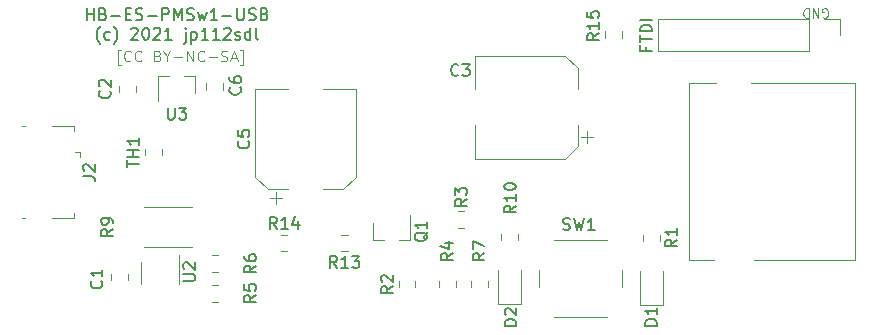
<source format=gbr>
G04 #@! TF.GenerationSoftware,KiCad,Pcbnew,(5.1.9-0-10_14)*
G04 #@! TF.CreationDate,2021-03-28T22:25:10+02:00*
G04 #@! TF.ProjectId,HB-ES-PMSw1-USB,48422d45-532d-4504-9d53-77312d555342,rev?*
G04 #@! TF.SameCoordinates,Original*
G04 #@! TF.FileFunction,Legend,Top*
G04 #@! TF.FilePolarity,Positive*
%FSLAX46Y46*%
G04 Gerber Fmt 4.6, Leading zero omitted, Abs format (unit mm)*
G04 Created by KiCad (PCBNEW (5.1.9-0-10_14)) date 2021-03-28 22:25:10*
%MOMM*%
%LPD*%
G01*
G04 APERTURE LIST*
%ADD10C,0.100000*%
%ADD11C,0.150000*%
%ADD12C,0.120000*%
G04 APERTURE END LIST*
D10*
X35842857Y-39007142D02*
X35628571Y-39007142D01*
X35628571Y-37721428D01*
X35842857Y-37721428D01*
X36700000Y-38621428D02*
X36657142Y-38664285D01*
X36528571Y-38707142D01*
X36442857Y-38707142D01*
X36314285Y-38664285D01*
X36228571Y-38578571D01*
X36185714Y-38492857D01*
X36142857Y-38321428D01*
X36142857Y-38192857D01*
X36185714Y-38021428D01*
X36228571Y-37935714D01*
X36314285Y-37850000D01*
X36442857Y-37807142D01*
X36528571Y-37807142D01*
X36657142Y-37850000D01*
X36700000Y-37892857D01*
X37600000Y-38621428D02*
X37557142Y-38664285D01*
X37428571Y-38707142D01*
X37342857Y-38707142D01*
X37214285Y-38664285D01*
X37128571Y-38578571D01*
X37085714Y-38492857D01*
X37042857Y-38321428D01*
X37042857Y-38192857D01*
X37085714Y-38021428D01*
X37128571Y-37935714D01*
X37214285Y-37850000D01*
X37342857Y-37807142D01*
X37428571Y-37807142D01*
X37557142Y-37850000D01*
X37600000Y-37892857D01*
X38971428Y-38235714D02*
X39100000Y-38278571D01*
X39142857Y-38321428D01*
X39185714Y-38407142D01*
X39185714Y-38535714D01*
X39142857Y-38621428D01*
X39100000Y-38664285D01*
X39014285Y-38707142D01*
X38671428Y-38707142D01*
X38671428Y-37807142D01*
X38971428Y-37807142D01*
X39057142Y-37850000D01*
X39100000Y-37892857D01*
X39142857Y-37978571D01*
X39142857Y-38064285D01*
X39100000Y-38150000D01*
X39057142Y-38192857D01*
X38971428Y-38235714D01*
X38671428Y-38235714D01*
X39742857Y-38278571D02*
X39742857Y-38707142D01*
X39442857Y-37807142D02*
X39742857Y-38278571D01*
X40042857Y-37807142D01*
X40342857Y-38364285D02*
X41028571Y-38364285D01*
X41457142Y-38707142D02*
X41457142Y-37807142D01*
X41971428Y-38707142D01*
X41971428Y-37807142D01*
X42914285Y-38621428D02*
X42871428Y-38664285D01*
X42742857Y-38707142D01*
X42657142Y-38707142D01*
X42528571Y-38664285D01*
X42442857Y-38578571D01*
X42400000Y-38492857D01*
X42357142Y-38321428D01*
X42357142Y-38192857D01*
X42400000Y-38021428D01*
X42442857Y-37935714D01*
X42528571Y-37850000D01*
X42657142Y-37807142D01*
X42742857Y-37807142D01*
X42871428Y-37850000D01*
X42914285Y-37892857D01*
X43300000Y-38364285D02*
X43985714Y-38364285D01*
X44371428Y-38664285D02*
X44500000Y-38707142D01*
X44714285Y-38707142D01*
X44800000Y-38664285D01*
X44842857Y-38621428D01*
X44885714Y-38535714D01*
X44885714Y-38450000D01*
X44842857Y-38364285D01*
X44800000Y-38321428D01*
X44714285Y-38278571D01*
X44542857Y-38235714D01*
X44457142Y-38192857D01*
X44414285Y-38150000D01*
X44371428Y-38064285D01*
X44371428Y-37978571D01*
X44414285Y-37892857D01*
X44457142Y-37850000D01*
X44542857Y-37807142D01*
X44757142Y-37807142D01*
X44885714Y-37850000D01*
X45228571Y-38450000D02*
X45657142Y-38450000D01*
X45142857Y-38707142D02*
X45442857Y-37807142D01*
X45742857Y-38707142D01*
X45957142Y-39007142D02*
X46171428Y-39007142D01*
X46171428Y-37721428D01*
X45957142Y-37721428D01*
D11*
X32980952Y-35227380D02*
X32980952Y-34227380D01*
X32980952Y-34703571D02*
X33552380Y-34703571D01*
X33552380Y-35227380D02*
X33552380Y-34227380D01*
X34361904Y-34703571D02*
X34504761Y-34751190D01*
X34552380Y-34798809D01*
X34600000Y-34894047D01*
X34600000Y-35036904D01*
X34552380Y-35132142D01*
X34504761Y-35179761D01*
X34409523Y-35227380D01*
X34028571Y-35227380D01*
X34028571Y-34227380D01*
X34361904Y-34227380D01*
X34457142Y-34275000D01*
X34504761Y-34322619D01*
X34552380Y-34417857D01*
X34552380Y-34513095D01*
X34504761Y-34608333D01*
X34457142Y-34655952D01*
X34361904Y-34703571D01*
X34028571Y-34703571D01*
X35028571Y-34846428D02*
X35790476Y-34846428D01*
X36266666Y-34703571D02*
X36600000Y-34703571D01*
X36742857Y-35227380D02*
X36266666Y-35227380D01*
X36266666Y-34227380D01*
X36742857Y-34227380D01*
X37123809Y-35179761D02*
X37266666Y-35227380D01*
X37504761Y-35227380D01*
X37600000Y-35179761D01*
X37647619Y-35132142D01*
X37695238Y-35036904D01*
X37695238Y-34941666D01*
X37647619Y-34846428D01*
X37600000Y-34798809D01*
X37504761Y-34751190D01*
X37314285Y-34703571D01*
X37219047Y-34655952D01*
X37171428Y-34608333D01*
X37123809Y-34513095D01*
X37123809Y-34417857D01*
X37171428Y-34322619D01*
X37219047Y-34275000D01*
X37314285Y-34227380D01*
X37552380Y-34227380D01*
X37695238Y-34275000D01*
X38123809Y-34846428D02*
X38885714Y-34846428D01*
X39361904Y-35227380D02*
X39361904Y-34227380D01*
X39742857Y-34227380D01*
X39838095Y-34275000D01*
X39885714Y-34322619D01*
X39933333Y-34417857D01*
X39933333Y-34560714D01*
X39885714Y-34655952D01*
X39838095Y-34703571D01*
X39742857Y-34751190D01*
X39361904Y-34751190D01*
X40361904Y-35227380D02*
X40361904Y-34227380D01*
X40695238Y-34941666D01*
X41028571Y-34227380D01*
X41028571Y-35227380D01*
X41457142Y-35179761D02*
X41600000Y-35227380D01*
X41838095Y-35227380D01*
X41933333Y-35179761D01*
X41980952Y-35132142D01*
X42028571Y-35036904D01*
X42028571Y-34941666D01*
X41980952Y-34846428D01*
X41933333Y-34798809D01*
X41838095Y-34751190D01*
X41647619Y-34703571D01*
X41552380Y-34655952D01*
X41504761Y-34608333D01*
X41457142Y-34513095D01*
X41457142Y-34417857D01*
X41504761Y-34322619D01*
X41552380Y-34275000D01*
X41647619Y-34227380D01*
X41885714Y-34227380D01*
X42028571Y-34275000D01*
X42361904Y-34560714D02*
X42552380Y-35227380D01*
X42742857Y-34751190D01*
X42933333Y-35227380D01*
X43123809Y-34560714D01*
X44028571Y-35227380D02*
X43457142Y-35227380D01*
X43742857Y-35227380D02*
X43742857Y-34227380D01*
X43647619Y-34370238D01*
X43552380Y-34465476D01*
X43457142Y-34513095D01*
X44457142Y-34846428D02*
X45219047Y-34846428D01*
X45695238Y-34227380D02*
X45695238Y-35036904D01*
X45742857Y-35132142D01*
X45790476Y-35179761D01*
X45885714Y-35227380D01*
X46076190Y-35227380D01*
X46171428Y-35179761D01*
X46219047Y-35132142D01*
X46266666Y-35036904D01*
X46266666Y-34227380D01*
X46695238Y-35179761D02*
X46838095Y-35227380D01*
X47076190Y-35227380D01*
X47171428Y-35179761D01*
X47219047Y-35132142D01*
X47266666Y-35036904D01*
X47266666Y-34941666D01*
X47219047Y-34846428D01*
X47171428Y-34798809D01*
X47076190Y-34751190D01*
X46885714Y-34703571D01*
X46790476Y-34655952D01*
X46742857Y-34608333D01*
X46695238Y-34513095D01*
X46695238Y-34417857D01*
X46742857Y-34322619D01*
X46790476Y-34275000D01*
X46885714Y-34227380D01*
X47123809Y-34227380D01*
X47266666Y-34275000D01*
X48028571Y-34703571D02*
X48171428Y-34751190D01*
X48219047Y-34798809D01*
X48266666Y-34894047D01*
X48266666Y-35036904D01*
X48219047Y-35132142D01*
X48171428Y-35179761D01*
X48076190Y-35227380D01*
X47695238Y-35227380D01*
X47695238Y-34227380D01*
X48028571Y-34227380D01*
X48123809Y-34275000D01*
X48171428Y-34322619D01*
X48219047Y-34417857D01*
X48219047Y-34513095D01*
X48171428Y-34608333D01*
X48123809Y-34655952D01*
X48028571Y-34703571D01*
X47695238Y-34703571D01*
X34123809Y-37258333D02*
X34076190Y-37210714D01*
X33980952Y-37067857D01*
X33933333Y-36972619D01*
X33885714Y-36829761D01*
X33838095Y-36591666D01*
X33838095Y-36401190D01*
X33885714Y-36163095D01*
X33933333Y-36020238D01*
X33980952Y-35925000D01*
X34076190Y-35782142D01*
X34123809Y-35734523D01*
X34933333Y-36829761D02*
X34838095Y-36877380D01*
X34647619Y-36877380D01*
X34552380Y-36829761D01*
X34504761Y-36782142D01*
X34457142Y-36686904D01*
X34457142Y-36401190D01*
X34504761Y-36305952D01*
X34552380Y-36258333D01*
X34647619Y-36210714D01*
X34838095Y-36210714D01*
X34933333Y-36258333D01*
X35266666Y-37258333D02*
X35314285Y-37210714D01*
X35409523Y-37067857D01*
X35457142Y-36972619D01*
X35504761Y-36829761D01*
X35552380Y-36591666D01*
X35552380Y-36401190D01*
X35504761Y-36163095D01*
X35457142Y-36020238D01*
X35409523Y-35925000D01*
X35314285Y-35782142D01*
X35266666Y-35734523D01*
X36742857Y-35972619D02*
X36790476Y-35925000D01*
X36885714Y-35877380D01*
X37123809Y-35877380D01*
X37219047Y-35925000D01*
X37266666Y-35972619D01*
X37314285Y-36067857D01*
X37314285Y-36163095D01*
X37266666Y-36305952D01*
X36695238Y-36877380D01*
X37314285Y-36877380D01*
X37933333Y-35877380D02*
X38028571Y-35877380D01*
X38123809Y-35925000D01*
X38171428Y-35972619D01*
X38219047Y-36067857D01*
X38266666Y-36258333D01*
X38266666Y-36496428D01*
X38219047Y-36686904D01*
X38171428Y-36782142D01*
X38123809Y-36829761D01*
X38028571Y-36877380D01*
X37933333Y-36877380D01*
X37838095Y-36829761D01*
X37790476Y-36782142D01*
X37742857Y-36686904D01*
X37695238Y-36496428D01*
X37695238Y-36258333D01*
X37742857Y-36067857D01*
X37790476Y-35972619D01*
X37838095Y-35925000D01*
X37933333Y-35877380D01*
X38647619Y-35972619D02*
X38695238Y-35925000D01*
X38790476Y-35877380D01*
X39028571Y-35877380D01*
X39123809Y-35925000D01*
X39171428Y-35972619D01*
X39219047Y-36067857D01*
X39219047Y-36163095D01*
X39171428Y-36305952D01*
X38600000Y-36877380D01*
X39219047Y-36877380D01*
X40171428Y-36877380D02*
X39600000Y-36877380D01*
X39885714Y-36877380D02*
X39885714Y-35877380D01*
X39790476Y-36020238D01*
X39695238Y-36115476D01*
X39600000Y-36163095D01*
X41361904Y-36210714D02*
X41361904Y-37067857D01*
X41314285Y-37163095D01*
X41219047Y-37210714D01*
X41171428Y-37210714D01*
X41361904Y-35877380D02*
X41314285Y-35925000D01*
X41361904Y-35972619D01*
X41409523Y-35925000D01*
X41361904Y-35877380D01*
X41361904Y-35972619D01*
X41838095Y-36210714D02*
X41838095Y-37210714D01*
X41838095Y-36258333D02*
X41933333Y-36210714D01*
X42123809Y-36210714D01*
X42219047Y-36258333D01*
X42266666Y-36305952D01*
X42314285Y-36401190D01*
X42314285Y-36686904D01*
X42266666Y-36782142D01*
X42219047Y-36829761D01*
X42123809Y-36877380D01*
X41933333Y-36877380D01*
X41838095Y-36829761D01*
X43266666Y-36877380D02*
X42695238Y-36877380D01*
X42980952Y-36877380D02*
X42980952Y-35877380D01*
X42885714Y-36020238D01*
X42790476Y-36115476D01*
X42695238Y-36163095D01*
X44219047Y-36877380D02*
X43647619Y-36877380D01*
X43933333Y-36877380D02*
X43933333Y-35877380D01*
X43838095Y-36020238D01*
X43742857Y-36115476D01*
X43647619Y-36163095D01*
X44600000Y-35972619D02*
X44647619Y-35925000D01*
X44742857Y-35877380D01*
X44980952Y-35877380D01*
X45076190Y-35925000D01*
X45123809Y-35972619D01*
X45171428Y-36067857D01*
X45171428Y-36163095D01*
X45123809Y-36305952D01*
X44552380Y-36877380D01*
X45171428Y-36877380D01*
X45552380Y-36829761D02*
X45647619Y-36877380D01*
X45838095Y-36877380D01*
X45933333Y-36829761D01*
X45980952Y-36734523D01*
X45980952Y-36686904D01*
X45933333Y-36591666D01*
X45838095Y-36544047D01*
X45695238Y-36544047D01*
X45600000Y-36496428D01*
X45552380Y-36401190D01*
X45552380Y-36353571D01*
X45600000Y-36258333D01*
X45695238Y-36210714D01*
X45838095Y-36210714D01*
X45933333Y-36258333D01*
X46838095Y-36877380D02*
X46838095Y-35877380D01*
X46838095Y-36829761D02*
X46742857Y-36877380D01*
X46552380Y-36877380D01*
X46457142Y-36829761D01*
X46409523Y-36782142D01*
X46361904Y-36686904D01*
X46361904Y-36401190D01*
X46409523Y-36305952D01*
X46457142Y-36258333D01*
X46552380Y-36210714D01*
X46742857Y-36210714D01*
X46838095Y-36258333D01*
X47457142Y-36877380D02*
X47361904Y-36829761D01*
X47314285Y-36734523D01*
X47314285Y-35877380D01*
D10*
X95309523Y-35000000D02*
X95385714Y-35038095D01*
X95500000Y-35038095D01*
X95614285Y-35000000D01*
X95690476Y-34923809D01*
X95728571Y-34847619D01*
X95766666Y-34695238D01*
X95766666Y-34580952D01*
X95728571Y-34428571D01*
X95690476Y-34352380D01*
X95614285Y-34276190D01*
X95500000Y-34238095D01*
X95423809Y-34238095D01*
X95309523Y-34276190D01*
X95271428Y-34314285D01*
X95271428Y-34580952D01*
X95423809Y-34580952D01*
X94928571Y-34238095D02*
X94928571Y-35038095D01*
X94471428Y-34238095D01*
X94471428Y-35038095D01*
X94090476Y-34238095D02*
X94090476Y-35038095D01*
X93900000Y-35038095D01*
X93785714Y-35000000D01*
X93709523Y-34923809D01*
X93671428Y-34847619D01*
X93633333Y-34695238D01*
X93633333Y-34580952D01*
X93671428Y-34428571D01*
X93709523Y-34352380D01*
X93785714Y-34276190D01*
X93900000Y-34238095D01*
X94090476Y-34238095D01*
D12*
X31862500Y-44200000D02*
X31862500Y-44650000D01*
X30012500Y-44200000D02*
X31862500Y-44200000D01*
X27462500Y-52000000D02*
X27712500Y-52000000D01*
X27462500Y-44200000D02*
X27712500Y-44200000D01*
X30012500Y-52000000D02*
X31862500Y-52000000D01*
X31862500Y-52000000D02*
X31862500Y-51550000D01*
X32412500Y-46400000D02*
X32412500Y-46850000D01*
X32412500Y-46400000D02*
X31962500Y-46400000D01*
X39310000Y-46661252D02*
X39310000Y-46138748D01*
X37890000Y-46661252D02*
X37890000Y-46138748D01*
X78260000Y-36711252D02*
X78260000Y-36188748D01*
X76840000Y-36711252D02*
X76840000Y-36188748D01*
X49438748Y-54810000D02*
X49961252Y-54810000D01*
X49438748Y-53390000D02*
X49961252Y-53390000D01*
X55061252Y-53390000D02*
X54538748Y-53390000D01*
X55061252Y-54810000D02*
X54538748Y-54810000D01*
X60810000Y-57861252D02*
X60810000Y-57338748D01*
X59390000Y-57861252D02*
X59390000Y-57338748D01*
X57220000Y-53860000D02*
X57220000Y-52400000D01*
X60380000Y-53860000D02*
X60380000Y-51700000D01*
X60380000Y-53860000D02*
X59450000Y-53860000D01*
X57220000Y-53860000D02*
X58150000Y-53860000D01*
X69510000Y-53338748D02*
X69510000Y-53861252D01*
X68090000Y-53338748D02*
X68090000Y-53861252D01*
X69760000Y-59260000D02*
X69760000Y-56400000D01*
X67840000Y-59260000D02*
X69760000Y-59260000D01*
X67840000Y-56400000D02*
X67840000Y-59260000D01*
X96730000Y-35170000D02*
X96730000Y-36500000D01*
X95400000Y-35170000D02*
X96730000Y-35170000D01*
X94130000Y-35170000D02*
X94130000Y-37830000D01*
X94130000Y-37830000D02*
X81370000Y-37830000D01*
X94130000Y-35170000D02*
X81370000Y-35170000D01*
X81370000Y-35170000D02*
X81370000Y-37830000D01*
X81760000Y-59360000D02*
X81760000Y-56500000D01*
X79840000Y-59360000D02*
X81760000Y-59360000D01*
X79840000Y-56500000D02*
X79840000Y-59360000D01*
X42180000Y-39940000D02*
X42180000Y-41400000D01*
X39020000Y-39940000D02*
X39020000Y-42100000D01*
X39020000Y-39940000D02*
X39950000Y-39940000D01*
X42180000Y-39940000D02*
X41250000Y-39940000D01*
X40810000Y-57550000D02*
X40810000Y-55100000D01*
X37590000Y-55750000D02*
X37590000Y-57550000D01*
X78300000Y-57850000D02*
X78300000Y-56350000D01*
X77050000Y-53850000D02*
X72550000Y-53850000D01*
X71300000Y-56350000D02*
X71300000Y-57850000D01*
X72550000Y-60350000D02*
X77050000Y-60350000D01*
X41902064Y-51040000D02*
X37797936Y-51040000D01*
X41902064Y-54460000D02*
X37797936Y-54460000D01*
X66910000Y-57861252D02*
X66910000Y-57338748D01*
X65490000Y-57861252D02*
X65490000Y-57338748D01*
X43588748Y-56560000D02*
X44111252Y-56560000D01*
X43588748Y-55140000D02*
X44111252Y-55140000D01*
X43588748Y-59060000D02*
X44111252Y-59060000D01*
X43588748Y-57640000D02*
X44111252Y-57640000D01*
X64210000Y-57861252D02*
X64210000Y-57338748D01*
X62790000Y-57861252D02*
X62790000Y-57338748D01*
X64438748Y-52810000D02*
X64961252Y-52810000D01*
X64438748Y-51390000D02*
X64961252Y-51390000D01*
X81510000Y-53961252D02*
X81510000Y-53438748D01*
X80090000Y-53961252D02*
X80090000Y-53438748D01*
X83960000Y-40550000D02*
X86290000Y-40550000D01*
X83960000Y-55540000D02*
X86080000Y-55540000D01*
X83960000Y-40550000D02*
X83960000Y-55540000D01*
X98050000Y-40550000D02*
X98050000Y-55540000D01*
X89250000Y-40550000D02*
X98050000Y-40550000D01*
X89450000Y-55540000D02*
X98050000Y-55540000D01*
X44510000Y-41111252D02*
X44510000Y-40588748D01*
X43090000Y-41111252D02*
X43090000Y-40588748D01*
X48490000Y-50300000D02*
X49490000Y-50300000D01*
X48990000Y-50800000D02*
X48990000Y-49800000D01*
X54695563Y-49560000D02*
X55760000Y-48495563D01*
X48304437Y-49560000D02*
X47240000Y-48495563D01*
X48304437Y-49560000D02*
X49990000Y-49560000D01*
X54695563Y-49560000D02*
X53010000Y-49560000D01*
X55760000Y-48495563D02*
X55760000Y-41040000D01*
X47240000Y-48495563D02*
X47240000Y-41040000D01*
X47240000Y-41040000D02*
X49990000Y-41040000D01*
X55760000Y-41040000D02*
X53010000Y-41040000D01*
X75300000Y-45610000D02*
X75300000Y-44610000D01*
X75800000Y-45110000D02*
X74800000Y-45110000D01*
X74560000Y-39304437D02*
X73495563Y-38240000D01*
X74560000Y-45895563D02*
X73495563Y-46960000D01*
X74560000Y-45895563D02*
X74560000Y-44110000D01*
X74560000Y-39304437D02*
X74560000Y-41090000D01*
X73495563Y-38240000D02*
X65840000Y-38240000D01*
X73495563Y-46960000D02*
X65840000Y-46960000D01*
X65840000Y-46960000D02*
X65840000Y-44110000D01*
X65840000Y-38240000D02*
X65840000Y-41090000D01*
X37160000Y-41311252D02*
X37160000Y-40788748D01*
X35740000Y-41311252D02*
X35740000Y-40788748D01*
X35040000Y-56688748D02*
X35040000Y-57211252D01*
X36460000Y-56688748D02*
X36460000Y-57211252D01*
D11*
X32664880Y-48433333D02*
X33379166Y-48433333D01*
X33522023Y-48480952D01*
X33617261Y-48576190D01*
X33664880Y-48719047D01*
X33664880Y-48814285D01*
X32760119Y-48004761D02*
X32712500Y-47957142D01*
X32664880Y-47861904D01*
X32664880Y-47623809D01*
X32712500Y-47528571D01*
X32760119Y-47480952D01*
X32855357Y-47433333D01*
X32950595Y-47433333D01*
X33093452Y-47480952D01*
X33664880Y-48052380D01*
X33664880Y-47433333D01*
X36402380Y-47685714D02*
X36402380Y-47114285D01*
X37402380Y-47400000D02*
X36402380Y-47400000D01*
X37402380Y-46780952D02*
X36402380Y-46780952D01*
X36878571Y-46780952D02*
X36878571Y-46209523D01*
X37402380Y-46209523D02*
X36402380Y-46209523D01*
X37402380Y-45209523D02*
X37402380Y-45780952D01*
X37402380Y-45495238D02*
X36402380Y-45495238D01*
X36545238Y-45590476D01*
X36640476Y-45685714D01*
X36688095Y-45780952D01*
X76332380Y-36362857D02*
X75856190Y-36696190D01*
X76332380Y-36934285D02*
X75332380Y-36934285D01*
X75332380Y-36553333D01*
X75380000Y-36458095D01*
X75427619Y-36410476D01*
X75522857Y-36362857D01*
X75665714Y-36362857D01*
X75760952Y-36410476D01*
X75808571Y-36458095D01*
X75856190Y-36553333D01*
X75856190Y-36934285D01*
X76332380Y-35410476D02*
X76332380Y-35981904D01*
X76332380Y-35696190D02*
X75332380Y-35696190D01*
X75475238Y-35791428D01*
X75570476Y-35886666D01*
X75618095Y-35981904D01*
X75332380Y-34505714D02*
X75332380Y-34981904D01*
X75808571Y-35029523D01*
X75760952Y-34981904D01*
X75713333Y-34886666D01*
X75713333Y-34648571D01*
X75760952Y-34553333D01*
X75808571Y-34505714D01*
X75903809Y-34458095D01*
X76141904Y-34458095D01*
X76237142Y-34505714D01*
X76284761Y-34553333D01*
X76332380Y-34648571D01*
X76332380Y-34886666D01*
X76284761Y-34981904D01*
X76237142Y-35029523D01*
X49057142Y-52902380D02*
X48723809Y-52426190D01*
X48485714Y-52902380D02*
X48485714Y-51902380D01*
X48866666Y-51902380D01*
X48961904Y-51950000D01*
X49009523Y-51997619D01*
X49057142Y-52092857D01*
X49057142Y-52235714D01*
X49009523Y-52330952D01*
X48961904Y-52378571D01*
X48866666Y-52426190D01*
X48485714Y-52426190D01*
X50009523Y-52902380D02*
X49438095Y-52902380D01*
X49723809Y-52902380D02*
X49723809Y-51902380D01*
X49628571Y-52045238D01*
X49533333Y-52140476D01*
X49438095Y-52188095D01*
X50866666Y-52235714D02*
X50866666Y-52902380D01*
X50628571Y-51854761D02*
X50390476Y-52569047D01*
X51009523Y-52569047D01*
X54157142Y-56202380D02*
X53823809Y-55726190D01*
X53585714Y-56202380D02*
X53585714Y-55202380D01*
X53966666Y-55202380D01*
X54061904Y-55250000D01*
X54109523Y-55297619D01*
X54157142Y-55392857D01*
X54157142Y-55535714D01*
X54109523Y-55630952D01*
X54061904Y-55678571D01*
X53966666Y-55726190D01*
X53585714Y-55726190D01*
X55109523Y-56202380D02*
X54538095Y-56202380D01*
X54823809Y-56202380D02*
X54823809Y-55202380D01*
X54728571Y-55345238D01*
X54633333Y-55440476D01*
X54538095Y-55488095D01*
X55442857Y-55202380D02*
X56061904Y-55202380D01*
X55728571Y-55583333D01*
X55871428Y-55583333D01*
X55966666Y-55630952D01*
X56014285Y-55678571D01*
X56061904Y-55773809D01*
X56061904Y-56011904D01*
X56014285Y-56107142D01*
X55966666Y-56154761D01*
X55871428Y-56202380D01*
X55585714Y-56202380D01*
X55490476Y-56154761D01*
X55442857Y-56107142D01*
X58902380Y-57766666D02*
X58426190Y-58100000D01*
X58902380Y-58338095D02*
X57902380Y-58338095D01*
X57902380Y-57957142D01*
X57950000Y-57861904D01*
X57997619Y-57814285D01*
X58092857Y-57766666D01*
X58235714Y-57766666D01*
X58330952Y-57814285D01*
X58378571Y-57861904D01*
X58426190Y-57957142D01*
X58426190Y-58338095D01*
X57997619Y-57385714D02*
X57950000Y-57338095D01*
X57902380Y-57242857D01*
X57902380Y-57004761D01*
X57950000Y-56909523D01*
X57997619Y-56861904D01*
X58092857Y-56814285D01*
X58188095Y-56814285D01*
X58330952Y-56861904D01*
X58902380Y-57433333D01*
X58902380Y-56814285D01*
X61847619Y-53195238D02*
X61800000Y-53290476D01*
X61704761Y-53385714D01*
X61561904Y-53528571D01*
X61514285Y-53623809D01*
X61514285Y-53719047D01*
X61752380Y-53671428D02*
X61704761Y-53766666D01*
X61609523Y-53861904D01*
X61419047Y-53909523D01*
X61085714Y-53909523D01*
X60895238Y-53861904D01*
X60800000Y-53766666D01*
X60752380Y-53671428D01*
X60752380Y-53480952D01*
X60800000Y-53385714D01*
X60895238Y-53290476D01*
X61085714Y-53242857D01*
X61419047Y-53242857D01*
X61609523Y-53290476D01*
X61704761Y-53385714D01*
X61752380Y-53480952D01*
X61752380Y-53671428D01*
X61752380Y-52290476D02*
X61752380Y-52861904D01*
X61752380Y-52576190D02*
X60752380Y-52576190D01*
X60895238Y-52671428D01*
X60990476Y-52766666D01*
X61038095Y-52861904D01*
X69302380Y-50942857D02*
X68826190Y-51276190D01*
X69302380Y-51514285D02*
X68302380Y-51514285D01*
X68302380Y-51133333D01*
X68350000Y-51038095D01*
X68397619Y-50990476D01*
X68492857Y-50942857D01*
X68635714Y-50942857D01*
X68730952Y-50990476D01*
X68778571Y-51038095D01*
X68826190Y-51133333D01*
X68826190Y-51514285D01*
X69302380Y-49990476D02*
X69302380Y-50561904D01*
X69302380Y-50276190D02*
X68302380Y-50276190D01*
X68445238Y-50371428D01*
X68540476Y-50466666D01*
X68588095Y-50561904D01*
X68302380Y-49371428D02*
X68302380Y-49276190D01*
X68350000Y-49180952D01*
X68397619Y-49133333D01*
X68492857Y-49085714D01*
X68683333Y-49038095D01*
X68921428Y-49038095D01*
X69111904Y-49085714D01*
X69207142Y-49133333D01*
X69254761Y-49180952D01*
X69302380Y-49276190D01*
X69302380Y-49371428D01*
X69254761Y-49466666D01*
X69207142Y-49514285D01*
X69111904Y-49561904D01*
X68921428Y-49609523D01*
X68683333Y-49609523D01*
X68492857Y-49561904D01*
X68397619Y-49514285D01*
X68350000Y-49466666D01*
X68302380Y-49371428D01*
X69352380Y-61138095D02*
X68352380Y-61138095D01*
X68352380Y-60900000D01*
X68400000Y-60757142D01*
X68495238Y-60661904D01*
X68590476Y-60614285D01*
X68780952Y-60566666D01*
X68923809Y-60566666D01*
X69114285Y-60614285D01*
X69209523Y-60661904D01*
X69304761Y-60757142D01*
X69352380Y-60900000D01*
X69352380Y-61138095D01*
X68447619Y-60185714D02*
X68400000Y-60138095D01*
X68352380Y-60042857D01*
X68352380Y-59804761D01*
X68400000Y-59709523D01*
X68447619Y-59661904D01*
X68542857Y-59614285D01*
X68638095Y-59614285D01*
X68780952Y-59661904D01*
X69352380Y-60233333D01*
X69352380Y-59614285D01*
X80298571Y-37476190D02*
X80298571Y-37809523D01*
X80822380Y-37809523D02*
X79822380Y-37809523D01*
X79822380Y-37333333D01*
X79822380Y-37095238D02*
X79822380Y-36523809D01*
X80822380Y-36809523D02*
X79822380Y-36809523D01*
X80822380Y-36190476D02*
X79822380Y-36190476D01*
X79822380Y-35952380D01*
X79870000Y-35809523D01*
X79965238Y-35714285D01*
X80060476Y-35666666D01*
X80250952Y-35619047D01*
X80393809Y-35619047D01*
X80584285Y-35666666D01*
X80679523Y-35714285D01*
X80774761Y-35809523D01*
X80822380Y-35952380D01*
X80822380Y-36190476D01*
X80822380Y-35190476D02*
X79822380Y-35190476D01*
X81252380Y-61088095D02*
X80252380Y-61088095D01*
X80252380Y-60850000D01*
X80300000Y-60707142D01*
X80395238Y-60611904D01*
X80490476Y-60564285D01*
X80680952Y-60516666D01*
X80823809Y-60516666D01*
X81014285Y-60564285D01*
X81109523Y-60611904D01*
X81204761Y-60707142D01*
X81252380Y-60850000D01*
X81252380Y-61088095D01*
X81252380Y-59564285D02*
X81252380Y-60135714D01*
X81252380Y-59850000D02*
X80252380Y-59850000D01*
X80395238Y-59945238D01*
X80490476Y-60040476D01*
X80538095Y-60135714D01*
X39838095Y-42652380D02*
X39838095Y-43461904D01*
X39885714Y-43557142D01*
X39933333Y-43604761D01*
X40028571Y-43652380D01*
X40219047Y-43652380D01*
X40314285Y-43604761D01*
X40361904Y-43557142D01*
X40409523Y-43461904D01*
X40409523Y-42652380D01*
X40790476Y-42652380D02*
X41409523Y-42652380D01*
X41076190Y-43033333D01*
X41219047Y-43033333D01*
X41314285Y-43080952D01*
X41361904Y-43128571D01*
X41409523Y-43223809D01*
X41409523Y-43461904D01*
X41361904Y-43557142D01*
X41314285Y-43604761D01*
X41219047Y-43652380D01*
X40933333Y-43652380D01*
X40838095Y-43604761D01*
X40790476Y-43557142D01*
X41152380Y-57311904D02*
X41961904Y-57311904D01*
X42057142Y-57264285D01*
X42104761Y-57216666D01*
X42152380Y-57121428D01*
X42152380Y-56930952D01*
X42104761Y-56835714D01*
X42057142Y-56788095D01*
X41961904Y-56740476D01*
X41152380Y-56740476D01*
X41247619Y-56311904D02*
X41200000Y-56264285D01*
X41152380Y-56169047D01*
X41152380Y-55930952D01*
X41200000Y-55835714D01*
X41247619Y-55788095D01*
X41342857Y-55740476D01*
X41438095Y-55740476D01*
X41580952Y-55788095D01*
X42152380Y-56359523D01*
X42152380Y-55740476D01*
X73316666Y-52954761D02*
X73459523Y-53002380D01*
X73697619Y-53002380D01*
X73792857Y-52954761D01*
X73840476Y-52907142D01*
X73888095Y-52811904D01*
X73888095Y-52716666D01*
X73840476Y-52621428D01*
X73792857Y-52573809D01*
X73697619Y-52526190D01*
X73507142Y-52478571D01*
X73411904Y-52430952D01*
X73364285Y-52383333D01*
X73316666Y-52288095D01*
X73316666Y-52192857D01*
X73364285Y-52097619D01*
X73411904Y-52050000D01*
X73507142Y-52002380D01*
X73745238Y-52002380D01*
X73888095Y-52050000D01*
X74221428Y-52002380D02*
X74459523Y-53002380D01*
X74650000Y-52288095D01*
X74840476Y-53002380D01*
X75078571Y-52002380D01*
X75983333Y-53002380D02*
X75411904Y-53002380D01*
X75697619Y-53002380D02*
X75697619Y-52002380D01*
X75602380Y-52145238D01*
X75507142Y-52240476D01*
X75411904Y-52288095D01*
X35202380Y-52916666D02*
X34726190Y-53250000D01*
X35202380Y-53488095D02*
X34202380Y-53488095D01*
X34202380Y-53107142D01*
X34250000Y-53011904D01*
X34297619Y-52964285D01*
X34392857Y-52916666D01*
X34535714Y-52916666D01*
X34630952Y-52964285D01*
X34678571Y-53011904D01*
X34726190Y-53107142D01*
X34726190Y-53488095D01*
X35202380Y-52440476D02*
X35202380Y-52250000D01*
X35154761Y-52154761D01*
X35107142Y-52107142D01*
X34964285Y-52011904D01*
X34773809Y-51964285D01*
X34392857Y-51964285D01*
X34297619Y-52011904D01*
X34250000Y-52059523D01*
X34202380Y-52154761D01*
X34202380Y-52345238D01*
X34250000Y-52440476D01*
X34297619Y-52488095D01*
X34392857Y-52535714D01*
X34630952Y-52535714D01*
X34726190Y-52488095D01*
X34773809Y-52440476D01*
X34821428Y-52345238D01*
X34821428Y-52154761D01*
X34773809Y-52059523D01*
X34726190Y-52011904D01*
X34630952Y-51964285D01*
X66652380Y-54966666D02*
X66176190Y-55300000D01*
X66652380Y-55538095D02*
X65652380Y-55538095D01*
X65652380Y-55157142D01*
X65700000Y-55061904D01*
X65747619Y-55014285D01*
X65842857Y-54966666D01*
X65985714Y-54966666D01*
X66080952Y-55014285D01*
X66128571Y-55061904D01*
X66176190Y-55157142D01*
X66176190Y-55538095D01*
X65652380Y-54633333D02*
X65652380Y-53966666D01*
X66652380Y-54395238D01*
X47302380Y-56016666D02*
X46826190Y-56350000D01*
X47302380Y-56588095D02*
X46302380Y-56588095D01*
X46302380Y-56207142D01*
X46350000Y-56111904D01*
X46397619Y-56064285D01*
X46492857Y-56016666D01*
X46635714Y-56016666D01*
X46730952Y-56064285D01*
X46778571Y-56111904D01*
X46826190Y-56207142D01*
X46826190Y-56588095D01*
X46302380Y-55159523D02*
X46302380Y-55350000D01*
X46350000Y-55445238D01*
X46397619Y-55492857D01*
X46540476Y-55588095D01*
X46730952Y-55635714D01*
X47111904Y-55635714D01*
X47207142Y-55588095D01*
X47254761Y-55540476D01*
X47302380Y-55445238D01*
X47302380Y-55254761D01*
X47254761Y-55159523D01*
X47207142Y-55111904D01*
X47111904Y-55064285D01*
X46873809Y-55064285D01*
X46778571Y-55111904D01*
X46730952Y-55159523D01*
X46683333Y-55254761D01*
X46683333Y-55445238D01*
X46730952Y-55540476D01*
X46778571Y-55588095D01*
X46873809Y-55635714D01*
X47302380Y-58516666D02*
X46826190Y-58850000D01*
X47302380Y-59088095D02*
X46302380Y-59088095D01*
X46302380Y-58707142D01*
X46350000Y-58611904D01*
X46397619Y-58564285D01*
X46492857Y-58516666D01*
X46635714Y-58516666D01*
X46730952Y-58564285D01*
X46778571Y-58611904D01*
X46826190Y-58707142D01*
X46826190Y-59088095D01*
X46302380Y-57611904D02*
X46302380Y-58088095D01*
X46778571Y-58135714D01*
X46730952Y-58088095D01*
X46683333Y-57992857D01*
X46683333Y-57754761D01*
X46730952Y-57659523D01*
X46778571Y-57611904D01*
X46873809Y-57564285D01*
X47111904Y-57564285D01*
X47207142Y-57611904D01*
X47254761Y-57659523D01*
X47302380Y-57754761D01*
X47302380Y-57992857D01*
X47254761Y-58088095D01*
X47207142Y-58135714D01*
X63952380Y-54966666D02*
X63476190Y-55300000D01*
X63952380Y-55538095D02*
X62952380Y-55538095D01*
X62952380Y-55157142D01*
X63000000Y-55061904D01*
X63047619Y-55014285D01*
X63142857Y-54966666D01*
X63285714Y-54966666D01*
X63380952Y-55014285D01*
X63428571Y-55061904D01*
X63476190Y-55157142D01*
X63476190Y-55538095D01*
X63285714Y-54109523D02*
X63952380Y-54109523D01*
X62904761Y-54347619D02*
X63619047Y-54585714D01*
X63619047Y-53966666D01*
X65152380Y-50366666D02*
X64676190Y-50700000D01*
X65152380Y-50938095D02*
X64152380Y-50938095D01*
X64152380Y-50557142D01*
X64200000Y-50461904D01*
X64247619Y-50414285D01*
X64342857Y-50366666D01*
X64485714Y-50366666D01*
X64580952Y-50414285D01*
X64628571Y-50461904D01*
X64676190Y-50557142D01*
X64676190Y-50938095D01*
X64152380Y-50033333D02*
X64152380Y-49414285D01*
X64533333Y-49747619D01*
X64533333Y-49604761D01*
X64580952Y-49509523D01*
X64628571Y-49461904D01*
X64723809Y-49414285D01*
X64961904Y-49414285D01*
X65057142Y-49461904D01*
X65104761Y-49509523D01*
X65152380Y-49604761D01*
X65152380Y-49890476D01*
X65104761Y-49985714D01*
X65057142Y-50033333D01*
X82952380Y-53816666D02*
X82476190Y-54150000D01*
X82952380Y-54388095D02*
X81952380Y-54388095D01*
X81952380Y-54007142D01*
X82000000Y-53911904D01*
X82047619Y-53864285D01*
X82142857Y-53816666D01*
X82285714Y-53816666D01*
X82380952Y-53864285D01*
X82428571Y-53911904D01*
X82476190Y-54007142D01*
X82476190Y-54388095D01*
X82952380Y-52864285D02*
X82952380Y-53435714D01*
X82952380Y-53150000D02*
X81952380Y-53150000D01*
X82095238Y-53245238D01*
X82190476Y-53340476D01*
X82238095Y-53435714D01*
X45957142Y-40916666D02*
X46004761Y-40964285D01*
X46052380Y-41107142D01*
X46052380Y-41202380D01*
X46004761Y-41345238D01*
X45909523Y-41440476D01*
X45814285Y-41488095D01*
X45623809Y-41535714D01*
X45480952Y-41535714D01*
X45290476Y-41488095D01*
X45195238Y-41440476D01*
X45100000Y-41345238D01*
X45052380Y-41202380D01*
X45052380Y-41107142D01*
X45100000Y-40964285D01*
X45147619Y-40916666D01*
X45052380Y-40059523D02*
X45052380Y-40250000D01*
X45100000Y-40345238D01*
X45147619Y-40392857D01*
X45290476Y-40488095D01*
X45480952Y-40535714D01*
X45861904Y-40535714D01*
X45957142Y-40488095D01*
X46004761Y-40440476D01*
X46052380Y-40345238D01*
X46052380Y-40154761D01*
X46004761Y-40059523D01*
X45957142Y-40011904D01*
X45861904Y-39964285D01*
X45623809Y-39964285D01*
X45528571Y-40011904D01*
X45480952Y-40059523D01*
X45433333Y-40154761D01*
X45433333Y-40345238D01*
X45480952Y-40440476D01*
X45528571Y-40488095D01*
X45623809Y-40535714D01*
X46657142Y-45466666D02*
X46704761Y-45514285D01*
X46752380Y-45657142D01*
X46752380Y-45752380D01*
X46704761Y-45895238D01*
X46609523Y-45990476D01*
X46514285Y-46038095D01*
X46323809Y-46085714D01*
X46180952Y-46085714D01*
X45990476Y-46038095D01*
X45895238Y-45990476D01*
X45800000Y-45895238D01*
X45752380Y-45752380D01*
X45752380Y-45657142D01*
X45800000Y-45514285D01*
X45847619Y-45466666D01*
X45752380Y-44561904D02*
X45752380Y-45038095D01*
X46228571Y-45085714D01*
X46180952Y-45038095D01*
X46133333Y-44942857D01*
X46133333Y-44704761D01*
X46180952Y-44609523D01*
X46228571Y-44561904D01*
X46323809Y-44514285D01*
X46561904Y-44514285D01*
X46657142Y-44561904D01*
X46704761Y-44609523D01*
X46752380Y-44704761D01*
X46752380Y-44942857D01*
X46704761Y-45038095D01*
X46657142Y-45085714D01*
X64433333Y-39857142D02*
X64385714Y-39904761D01*
X64242857Y-39952380D01*
X64147619Y-39952380D01*
X64004761Y-39904761D01*
X63909523Y-39809523D01*
X63861904Y-39714285D01*
X63814285Y-39523809D01*
X63814285Y-39380952D01*
X63861904Y-39190476D01*
X63909523Y-39095238D01*
X64004761Y-39000000D01*
X64147619Y-38952380D01*
X64242857Y-38952380D01*
X64385714Y-39000000D01*
X64433333Y-39047619D01*
X64766666Y-38952380D02*
X65385714Y-38952380D01*
X65052380Y-39333333D01*
X65195238Y-39333333D01*
X65290476Y-39380952D01*
X65338095Y-39428571D01*
X65385714Y-39523809D01*
X65385714Y-39761904D01*
X65338095Y-39857142D01*
X65290476Y-39904761D01*
X65195238Y-39952380D01*
X64909523Y-39952380D01*
X64814285Y-39904761D01*
X64766666Y-39857142D01*
X34907142Y-41216666D02*
X34954761Y-41264285D01*
X35002380Y-41407142D01*
X35002380Y-41502380D01*
X34954761Y-41645238D01*
X34859523Y-41740476D01*
X34764285Y-41788095D01*
X34573809Y-41835714D01*
X34430952Y-41835714D01*
X34240476Y-41788095D01*
X34145238Y-41740476D01*
X34050000Y-41645238D01*
X34002380Y-41502380D01*
X34002380Y-41407142D01*
X34050000Y-41264285D01*
X34097619Y-41216666D01*
X34097619Y-40835714D02*
X34050000Y-40788095D01*
X34002380Y-40692857D01*
X34002380Y-40454761D01*
X34050000Y-40359523D01*
X34097619Y-40311904D01*
X34192857Y-40264285D01*
X34288095Y-40264285D01*
X34430952Y-40311904D01*
X35002380Y-40883333D01*
X35002380Y-40264285D01*
X34207142Y-57316666D02*
X34254761Y-57364285D01*
X34302380Y-57507142D01*
X34302380Y-57602380D01*
X34254761Y-57745238D01*
X34159523Y-57840476D01*
X34064285Y-57888095D01*
X33873809Y-57935714D01*
X33730952Y-57935714D01*
X33540476Y-57888095D01*
X33445238Y-57840476D01*
X33350000Y-57745238D01*
X33302380Y-57602380D01*
X33302380Y-57507142D01*
X33350000Y-57364285D01*
X33397619Y-57316666D01*
X34302380Y-56364285D02*
X34302380Y-56935714D01*
X34302380Y-56650000D02*
X33302380Y-56650000D01*
X33445238Y-56745238D01*
X33540476Y-56840476D01*
X33588095Y-56935714D01*
M02*

</source>
